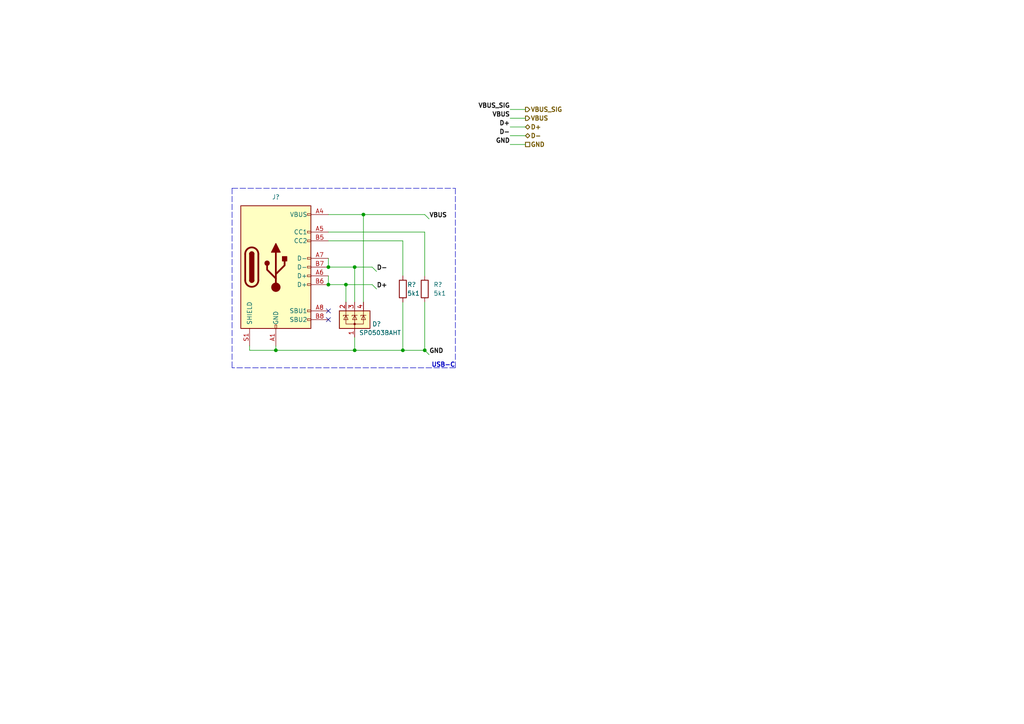
<source format=kicad_sch>
(kicad_sch (version 20211123) (generator eeschema)
  (paper "A4")
  (title_block (title "CanSat 2023") (company "The Project Skyfall"))
  (lib_symbols
    (symbol "Connector:USB_C_Receptacle_USB2.0" (pin_names (offset 1.016))
      (property "Reference" "J" (at -10.16 19.05 0))
      (property "Value" "USB_C_Receptacle_USB2.0" (at 19.05 19.05 0))
      (symbol "USB_C_Receptacle_USB2.0_0_0"
        (rectangle (start -0.254 -17.78) (end 0.254 -16.764))
        (rectangle (start 10.16 -14.986) (end 9.144 -15.494))
        (rectangle (start 10.16 -12.446) (end 9.144 -12.954))
        (rectangle (start 10.16 -4.826) (end 9.144 -5.334))
        (rectangle (start 10.16 -2.286) (end 9.144 -2.794))
        (rectangle (start 10.16 0.254) (end 9.144 -0.254))
        (rectangle (start 10.16 2.794) (end 9.144 2.286))
        (rectangle (start 10.16 7.874) (end 9.144 7.366))
        (rectangle (start 10.16 10.414) (end 9.144 9.906))
        (rectangle (start 10.16 15.494) (end 9.144 14.986))
      )
      (symbol "USB_C_Receptacle_USB2.0_0_1"
        (rectangle (start -10.16 17.78) (end 10.16 -17.78) (stroke (width 0.254)) (fill (type background)))
        (arc (start -8.89 -3.81) (mid -6.985 -5.715) (end -5.08 -3.81) (stroke (width 0.508)))
        (arc (start -7.62 -3.81) (mid -6.985 -4.445) (end -6.35 -3.81) (stroke (width 0.254)))
        (arc (start -7.62 -3.81) (mid -6.985 -4.445) (end -6.35 -3.81) (stroke (width 0.254)) (fill (type outline)))
        (rectangle (start -7.62 -3.81) (end -6.35 3.81) (stroke (width 0.254)) (fill (type outline)))
        (arc (start -6.35 3.81) (mid -6.985 4.445) (end -7.62 3.81) (stroke (width 0.254)))
        (arc (start -6.35 3.81) (mid -6.985 4.445) (end -7.62 3.81) (stroke (width 0.254)) (fill (type outline)))
        (arc (start -5.08 3.81) (mid -6.985 5.715) (end -8.89 3.81) (stroke (width 0.508)))
        (circle (center -2.54 1.143) (radius 0.635) (stroke (width 0.254)) (fill (type outline)))
        (circle (center 0 -5.842) (radius 1.27) (fill (type outline)))
        (polyline (pts (xy -8.89 -3.81) (xy -8.89 3.81)) (stroke (width 0.508)))
        (polyline (pts (xy -5.08 3.81) (xy -5.08 -3.81)) (stroke (width 0.508)))
        (polyline (pts (xy 0 -5.842) (xy 0 4.318)) (stroke (width 0.508)))
        (polyline (pts (xy 0 -3.302) (xy -2.54 -0.762) (xy -2.54 0.508)) (stroke (width 0.508)))
        (polyline (pts (xy 0 -2.032) (xy 2.54 0.508) (xy 2.54 1.778)) (stroke (width 0.508)))
        (polyline (pts (xy -1.27 4.318) (xy 0 6.858) (xy 1.27 4.318) (xy -1.27 4.318)) (stroke (width 0.254)) (fill (type outline)))
        (rectangle (start 1.905 1.778) (end 3.175 3.048) (stroke (width 0.254)) (fill (type outline)))
      )
      (symbol "USB_C_Receptacle_USB2.0_1_1"
        (pin passive line (at 0 -22.86 90) (length 5.08) (name "GND") (number "A1"))
        (pin passive line (at 0 -22.86 90) (length 5.08) hide (name "GND") (number "A12"))
        (pin passive line (at 15.24 15.24 180) (length 5.08) (name "VBUS") (number "A4"))
        (pin bidirectional line (at 15.24 10.16 180) (length 5.08) (name "CC1") (number "A5"))
        (pin bidirectional line (at 15.24 -2.54 180) (length 5.08) (name "D+") (number "A6"))
        (pin bidirectional line (at 15.24 2.54 180) (length 5.08) (name "D-") (number "A7"))
        (pin bidirectional line (at 15.24 -12.7 180) (length 5.08) (name "SBU1") (number "A8"))
        (pin passive line (at 15.24 15.24 180) (length 5.08) hide (name "VBUS") (number "A9"))
        (pin passive line (at 0 -22.86 90) (length 5.08) hide (name "GND") (number "B1"))
        (pin passive line (at 0 -22.86 90) (length 5.08) hide (name "GND") (number "B12"))
        (pin passive line (at 15.24 15.24 180) (length 5.08) hide (name "VBUS") (number "B4"))
        (pin bidirectional line (at 15.24 7.62 180) (length 5.08) (name "CC2") (number "B5"))
        (pin bidirectional line (at 15.24 -5.08 180) (length 5.08) (name "D+") (number "B6"))
        (pin bidirectional line (at 15.24 0 180) (length 5.08) (name "D-") (number "B7"))
        (pin bidirectional line (at 15.24 -15.24 180) (length 5.08) (name "SBU2") (number "B8"))
        (pin passive line (at 15.24 15.24 180) (length 5.08) hide (name "VBUS") (number "B9"))
        (pin passive line (at -7.62 -22.86 90) (length 5.08) (name "SHIELD") (number "S1"))
      )
    )
    (symbol "Device:R" (pin_numbers hide) (pin_names (offset 0))
      (property "Reference" "R" (at 2.032 0 90))
      (property "Value" "R" (at 0 0 90))
      (symbol "R_0_1"
        (rectangle (start -1.016 -2.54) (end 1.016 2.54) (stroke (width 0.254)))
      )
      (symbol "R_1_1"
        (pin passive line (at 0 3.81 270) (length 1.27) (name "~") (number "1"))
        (pin passive line (at 0 -3.81 90) (length 1.27) (name "~") (number "2"))
      )
    )
    (symbol "Power_Protection:SP0503BAHT" (pin_names hide)
      (property "Reference" "D" (at 5.715 2.54 0))
      (property "Value" "SP0503BAHT" (at 5.715 0.635 0))
      (symbol "SP0503BAHT_0_0"
        (pin passive line (at 0 -5.08 90) (length 2.54) (name "A") (number "1"))
      )
      (symbol "SP0503BAHT_0_1"
        (rectangle (start -4.445 2.54) (end 4.445 -2.54) (stroke (width 0.254)) (fill (type background)))
        (circle (center 0 -1.27) (radius 0.254) (fill (type outline)))
        (polyline (pts (xy -2.54 2.54) (xy -2.54 1.27)))
        (polyline (pts (xy 0 -1.27) (xy 0 -2.54)))
        (polyline (pts (xy 0 -1.27) (xy 0 1.27)))
        (polyline (pts (xy 0 2.54) (xy 0 1.27)))
        (polyline (pts (xy 0.635 1.27) (xy 0.762 1.27)))
        (polyline (pts (xy 2.54 2.54) (xy 2.54 1.27)))
        (polyline (pts (xy 0.635 1.27) (xy -0.762 1.27) (xy -0.762 1.016)))
        (polyline (pts (xy -3.302 1.016) (xy -3.302 1.27) (xy -1.905 1.27) (xy -1.778 1.27)))
        (polyline (pts (xy -2.54 1.27) (xy -2.54 -1.27) (xy 2.54 -1.27) (xy 2.54 1.27)))
        (polyline (pts (xy -2.54 1.27) (xy -1.905 0) (xy -3.175 0) (xy -2.54 1.27)))
        (polyline (pts (xy 0.635 0) (xy -0.635 0) (xy 0 1.27) (xy 0.635 0)))
        (polyline (pts (xy 1.778 1.016) (xy 1.778 1.27) (xy 3.175 1.27) (xy 3.302 1.27)))
        (polyline (pts (xy 2.54 1.27) (xy 1.905 0) (xy 3.175 0) (xy 2.54 1.27)))
      )
      (symbol "SP0503BAHT_1_1"
        (pin passive line (at -2.54 5.08 270) (length 2.54) (name "K") (number "2"))
        (pin passive line (at 0 5.08 270) (length 2.54) (name "K") (number "3"))
        (pin passive line (at 2.54 5.08 270) (length 2.54) (name "K") (number "4"))
      )
    )
  )
  (junction (at 102.87 77.47))
  (junction (at 123.19 101.6))
  (junction (at 102.87 101.6))
  (junction (at 95.25 77.47))
  (junction (at 100.33 82.55))
  (junction (at 116.84 101.6))
  (junction (at 80.01 101.6))
  (junction (at 95.25 82.55))
  (junction (at 105.41 62.23))
  (no_connect (at 95.25 92.71))
  (no_connect (at 95.25 90.17))
  (wire (pts (xy 102.87 77.47) (xy 95.25 77.47)))
  (wire (pts (xy 95.25 80.01) (xy 95.25 82.55)))
  (wire (pts (xy 100.33 87.63) (xy 100.33 82.55)))
  (polyline (pts (xy 67.31 54.61) (xy 67.31 106.68)))
  (wire (pts (xy 102.87 87.63) (xy 102.87 77.47)))
  (wire (pts (xy 116.84 80.01) (xy 116.84 69.85)))
  (wire (pts (xy 102.87 101.6) (xy 116.84 101.6)))
  (polyline (pts (xy 132.08 54.61) (xy 132.08 106.68)))
  (wire (pts (xy 116.84 87.63) (xy 116.84 101.6)))
  (wire (pts (xy 95.25 69.85) (xy 116.84 69.85)))
  (wire (pts (xy 95.25 82.55) (xy 100.33 82.55)))
  (wire (pts (xy 123.19 62.23) (xy 124.46 63.5)))
  (wire (pts (xy 80.01 101.6) (xy 80.01 100.33)))
  (wire (pts (xy 107.95 82.55) (xy 109.22 83.82)))
  (wire (pts (xy 100.33 82.55) (xy 107.95 82.55)))
  (wire (pts (xy 152.4 34.29) (xy 147.955 34.29)))
  (wire (pts (xy 102.87 77.47) (xy 107.95 77.47)))
  (wire (pts (xy 102.87 97.79) (xy 102.87 101.6)))
  (wire (pts (xy 147.955 41.91) (xy 152.4 41.91)))
  (wire (pts (xy 147.955 36.83) (xy 152.4 36.83)))
  (wire (pts (xy 95.25 62.23) (xy 105.41 62.23)))
  (wire (pts (xy 105.41 62.23) (xy 123.19 62.23)))
  (wire (pts (xy 123.19 101.6) (xy 124.46 102.87)))
  (wire (pts (xy 116.84 101.6) (xy 123.19 101.6)))
  (polyline (pts (xy 67.31 54.61) (xy 132.08 54.61)))
  (polyline (pts (xy 132.08 106.68) (xy 67.31 106.68)))
  (wire (pts (xy 123.19 80.01) (xy 123.19 67.31)))
  (wire (pts (xy 152.4 39.37) (xy 147.955 39.37)))
  (wire (pts (xy 72.39 100.33) (xy 72.39 101.6)))
  (wire (pts (xy 95.25 74.93) (xy 95.25 77.47)))
  (wire (pts (xy 105.41 87.63) (xy 105.41 62.23)))
  (wire (pts (xy 147.955 31.75) (xy 152.4 31.75)))
  (wire (pts (xy 80.01 101.6) (xy 102.87 101.6)))
  (wire (pts (xy 95.25 67.31) (xy 123.19 67.31)))
  (wire (pts (xy 123.19 87.63) (xy 123.19 101.6)))
  (wire (pts (xy 72.39 101.6) (xy 80.01 101.6)))
  (wire (pts (xy 107.95 77.47) (xy 109.22 78.74)))
  (text "USB-C" (at 132.08 106.68 180) (effects (font (size 1.27 1.27) (thickness 0.254) bold) (justify right bottom)))
  (label "GND" (at 147.955 41.91 180) (effects (font (thickness 0.254) bold)))
  (label "VBUS" (at 124.46 63.5 0) (effects (font (thickness 0.254) bold)))
  (label "D+" (at 147.9549 36.83 180) (effects (font (thickness 0.254) bold)))
  (label "D-" (at 109.22 78.74 0) (effects (font (thickness 0.254) bold)))
  (label "GND" (at 124.46 102.87 0) (effects (font (thickness 0.254) bold)))
  (label "D-" (at 147.955 39.37 180) (effects (font (thickness 0.254) bold)))
  (label "D+" (at 109.22 83.82 0) (effects (font (thickness 0.254) bold)))
  (label "VBUS_SIG" (at 147.955 31.75 180) (effects (font (thickness 0.254) bold)))
  (label "VBUS" (at 147.955 34.29 180) (effects (font (thickness 0.254) bold)))
  (hierarchical_label "VBUS" (shape output) (at 152.4 34.29 0) (effects (font bold)))
  (hierarchical_label "D-" (shape bidirectional) (at 152.4 39.37 0) (effects (font bold)))
  (hierarchical_label "VBUS_SIG" (shape output) (at 152.4 31.75 0) (effects (font bold)))
  (hierarchical_label "D+" (shape bidirectional) (at 152.4 36.83 0) (effects (font bold)))
  (hierarchical_label "GND" (shape passive) (at 152.4 41.91 0) (effects (font bold)))
  (symbol (lib_id "Device:R") (at 116.84 83.82 0) (unit 1)
    (property "Reference" "R?" (at 118.11 82.55 0) (effects (justify left)))
    (property "Value" "5k1" (at 118.11 85.09 0) (effects (justify left)))
  )
  (symbol (lib_id "Device:R") (at 123.19 83.82 0) (unit 1)
    (property "Reference" "R?" (at 125.73 82.5499 0) (effects (justify left)))
    (property "Value" "5k1" (at 125.73 85.0899 0) (effects (justify left)))
  )
  (symbol (lib_id "Power_Protection:SP0503BAHT") (at 102.87 92.71 0) (unit 1)
    (property "Reference" "D?" (at 107.95 93.98 0) (effects (justify left)))
    (property "Value" "SP0503BAHT" (at 104.14 96.52 0) (effects (justify left)))
    (property "Footprint" "Package_TO_SOT_SMD:SOT-143" (effects hide))
    (property "Datasheet" "http://www.littelfuse.com/~/media/files/littelfuse/technical%20resources/documents/data%20sheets/sp05xxba.pdf" (effects hide))
    (property "Mouser" "https://eu.mouser.com/ProductDetail/Littelfuse/SP0503BAHTG?qs=uD%2FdkN7XIa0NTYXwHdELYA%3D%3D" (effects hide))
  )
  (symbol (lib_id "Connector:USB_C_Receptacle_USB2.0") (at 80.01 77.47 0) (unit 1)
    (property "Reference" "J?" (at 80.01 57.15 0))
    (property "Value" "USB_C_Receptacle_USB2.0" (effects hide))
    (property "Datasheet" "https://www.usb.org/sites/default/files/documents/usb_type-c.zip" (effects hide))
  )
)
</source>
